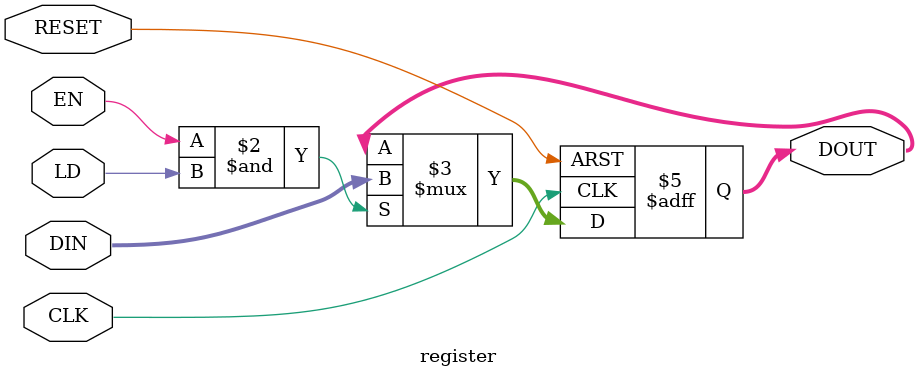
<source format=v>
`include "C:/Users/Duncan/git/ForthCPU/constants.v"

module register(
	
	input CLK,
	input RESET,
	input LD,
	input EN,
	
	input [7:0] DIN,
	output reg [7:0] DOUT
);


always @(posedge CLK or posedge RESET) begin
	
	if(RESET) begin
		DOUT <= 8'h00;
	end else begin
		if(EN & LD) begin
			DOUT <= DIN;
		end
	end
end

endmodule
	
</source>
